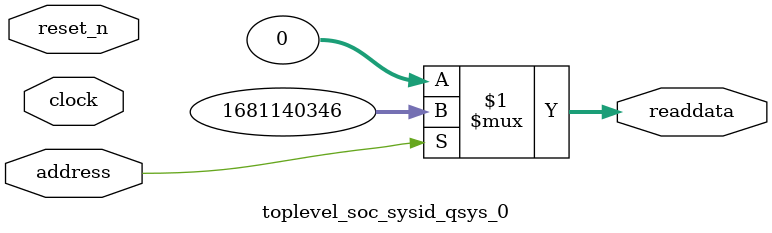
<source format=v>



// synthesis translate_off
`timescale 1ns / 1ps
// synthesis translate_on

// turn off superfluous verilog processor warnings 
// altera message_level Level1 
// altera message_off 10034 10035 10036 10037 10230 10240 10030 

module toplevel_soc_sysid_qsys_0 (
               // inputs:
                address,
                clock,
                reset_n,

               // outputs:
                readdata
             )
;

  output  [ 31: 0] readdata;
  input            address;
  input            clock;
  input            reset_n;

  wire    [ 31: 0] readdata;
  //control_slave, which is an e_avalon_slave
  assign readdata = address ? 1681140346 : 0;

endmodule



</source>
